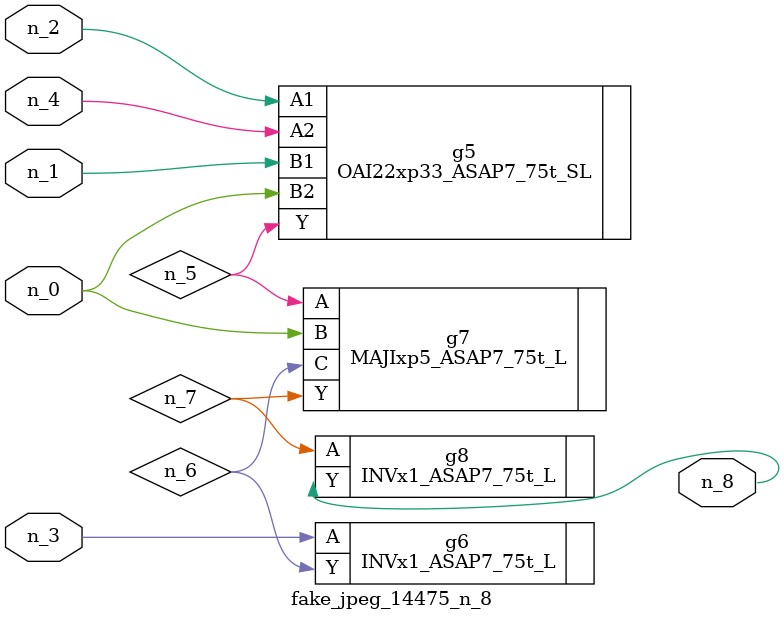
<source format=v>
module fake_jpeg_14475_n_8 (n_3, n_2, n_1, n_0, n_4, n_8);

input n_3;
input n_2;
input n_1;
input n_0;
input n_4;

output n_8;

wire n_6;
wire n_5;
wire n_7;

OAI22xp33_ASAP7_75t_SL g5 ( 
.A1(n_2),
.A2(n_4),
.B1(n_1),
.B2(n_0),
.Y(n_5)
);

INVx1_ASAP7_75t_L g6 ( 
.A(n_3),
.Y(n_6)
);

MAJIxp5_ASAP7_75t_L g7 ( 
.A(n_5),
.B(n_0),
.C(n_6),
.Y(n_7)
);

INVx1_ASAP7_75t_L g8 ( 
.A(n_7),
.Y(n_8)
);


endmodule
</source>
